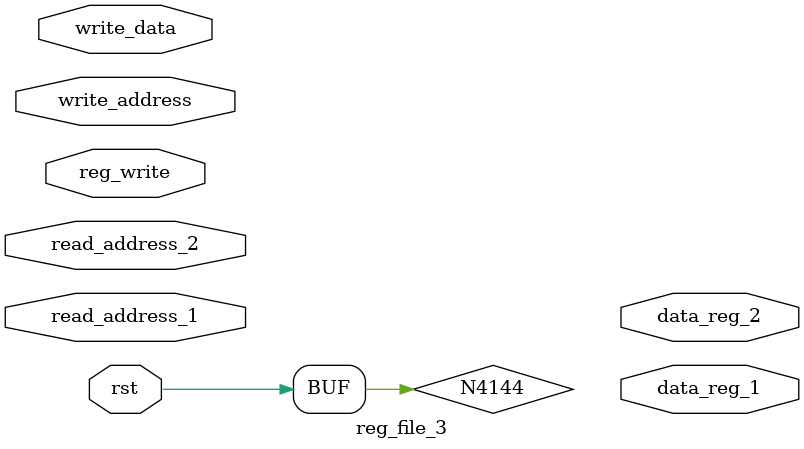
<source format=v>
module reg_file_3 (
	read_address_1, 
	read_address_2, 
	write_address, 
	write_data, 
	reg_write, 
	rst, 
	data_reg_1, 
	data_reg_2);
   input [4:0] read_address_1;
   input [4:0] read_address_2;
   input [4:0] write_address;
   input [31:0] write_data;
   input reg_write;
   input rst;
   output [31:0] data_reg_1;
   output [31:0] data_reg_2;
   wire N4144;
   assign N4144 = rst ;
endmodule
</source>
